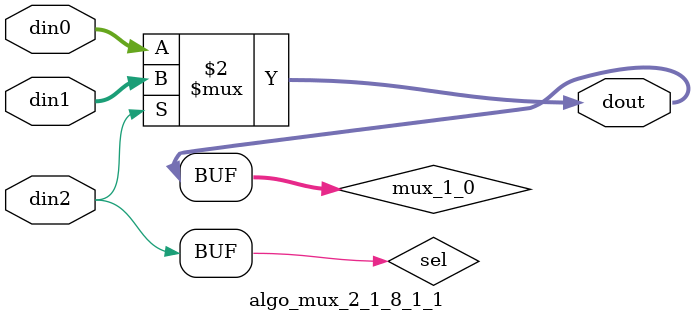
<source format=v>

`timescale 1ns/1ps

module algo_mux_2_1_8_1_1 #(
parameter
    ID                = 0,
    NUM_STAGE         = 1,
    din0_WIDTH       = 32,
    din1_WIDTH       = 32,
    din2_WIDTH         = 32,
    dout_WIDTH            = 32
)(
    input  [7 : 0]     din0,
    input  [7 : 0]     din1,
    input  [0 : 0]    din2,
    output [7 : 0]   dout);

// puts internal signals
wire [0 : 0]     sel;
// level 1 signals
wire [7 : 0]         mux_1_0;

assign sel = din2;

// Generate level 1 logic
assign mux_1_0 = (sel[0] == 0)? din0 : din1;

// output logic
assign dout = mux_1_0;

endmodule

</source>
